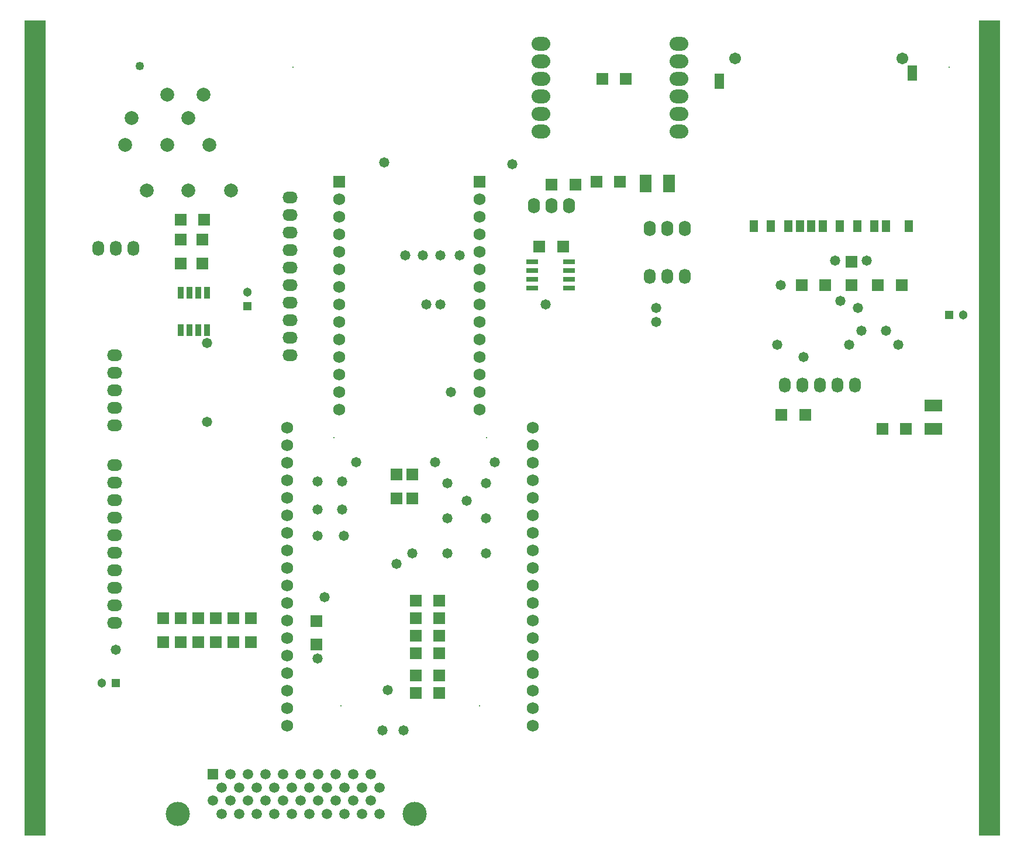
<source format=gts>
G04*
G04 #@! TF.GenerationSoftware,Altium Limited,Altium Designer,25.0.2 (28)*
G04*
G04 Layer_Color=8388736*
%FSLAX44Y44*%
%MOMM*%
G71*
G04*
G04 #@! TF.SameCoordinates,A7C3AEC9-9CA1-47B5-BDAE-58582B56A9DF*
G04*
G04*
G04 #@! TF.FilePolarity,Negative*
G04*
G01*
G75*
%ADD25R,1.7272X2.5032*%
%ADD26R,1.7272X1.7272*%
%ADD27R,2.5032X1.7272*%
%ADD28R,0.8532X1.7282*%
%ADD29R,1.7272X1.7272*%
%ADD30R,1.7532X0.8032*%
%ADD31R,1.2032X1.7032*%
%ADD32R,1.4032X2.2032*%
%ADD33C,0.2032*%
%ADD34C,1.7532*%
%ADD35R,1.3032X1.3032*%
%ADD36C,1.3032*%
%ADD37R,1.3032X1.3032*%
%ADD38O,1.7032X2.2032*%
%ADD39C,1.2532*%
%ADD40C,2.0032*%
%ADD41R,1.7532X1.7532*%
%ADD42O,2.2032X1.7032*%
%ADD43O,1.7272X2.2352*%
%ADD44O,2.7032X2.0032*%
%ADD45C,1.7032*%
%ADD46C,3.5032*%
%ADD47C,1.5032*%
%ADD48R,1.5032X1.5032*%
%ADD49C,1.4732*%
G36*
X261620Y256540D02*
X231140D01*
Y1437640D01*
X261620D01*
Y256540D01*
D02*
G37*
G36*
X1643380D02*
X1612900D01*
Y1437640D01*
X1643380D01*
Y256540D01*
D02*
G37*
D25*
X1130300Y1201420D02*
D03*
X1164300D02*
D03*
D26*
X1059180Y1203960D02*
D03*
X1093470D02*
D03*
X1473200Y845820D02*
D03*
X1507490D02*
D03*
X457200Y1149350D02*
D03*
X491490D02*
D03*
X1361440Y866140D02*
D03*
X1327150D02*
D03*
X1028700Y1200150D02*
D03*
X994410D02*
D03*
X1501140Y1054100D02*
D03*
X1466850D02*
D03*
X797560Y463550D02*
D03*
X831850D02*
D03*
X797560Y488950D02*
D03*
X831850D02*
D03*
Y520700D02*
D03*
X797560D02*
D03*
X831850Y596900D02*
D03*
X797560D02*
D03*
X831850Y571500D02*
D03*
X797560D02*
D03*
X831850Y546100D02*
D03*
X797560D02*
D03*
X1356360Y1054100D02*
D03*
X1390650D02*
D03*
X1010920Y1109980D02*
D03*
X976630D02*
D03*
X1102000Y1353000D02*
D03*
X1067710D02*
D03*
D27*
X1546860Y845820D02*
D03*
Y879820D02*
D03*
D28*
X457200Y988880D02*
D03*
X469900D02*
D03*
X482600D02*
D03*
X495300D02*
D03*
Y1043120D02*
D03*
X482600D02*
D03*
X469900D02*
D03*
X457200D02*
D03*
D29*
X488950Y1085850D02*
D03*
Y1120140D02*
D03*
X457200Y1085850D02*
D03*
Y1120140D02*
D03*
X654050Y533400D02*
D03*
Y567690D02*
D03*
X431800Y537210D02*
D03*
Y571500D02*
D03*
X508000D02*
D03*
Y537210D02*
D03*
X482600Y571500D02*
D03*
Y537210D02*
D03*
X558800Y571500D02*
D03*
Y537210D02*
D03*
X533400Y571500D02*
D03*
Y537210D02*
D03*
X457200D02*
D03*
Y571500D02*
D03*
X1428750Y1054100D02*
D03*
Y1088390D02*
D03*
X769620Y745490D02*
D03*
Y779780D02*
D03*
X792480Y745490D02*
D03*
Y779780D02*
D03*
D30*
X1020000Y1049950D02*
D03*
Y1062650D02*
D03*
Y1075350D02*
D03*
Y1088050D02*
D03*
X966000Y1049950D02*
D03*
Y1062650D02*
D03*
Y1075350D02*
D03*
Y1088050D02*
D03*
D31*
X1311999Y1139399D02*
D03*
X1337000D02*
D03*
X1370500D02*
D03*
X1387000D02*
D03*
X1411998D02*
D03*
X1437000D02*
D03*
X1461300D02*
D03*
X1478300D02*
D03*
X1287000D02*
D03*
X1354000D02*
D03*
X1511800D02*
D03*
D32*
X1517000Y1361500D02*
D03*
X1237000Y1349500D02*
D03*
D33*
X689340Y444990D02*
D03*
X890000D02*
D03*
X679180Y833610D02*
D03*
X900160D02*
D03*
X1570000Y1370000D02*
D03*
X620000D02*
D03*
D34*
X967470Y415780D02*
D03*
Y441180D02*
D03*
Y466580D02*
D03*
Y491980D02*
D03*
Y517380D02*
D03*
Y542780D02*
D03*
Y568180D02*
D03*
Y593580D02*
D03*
Y618980D02*
D03*
Y644380D02*
D03*
Y669780D02*
D03*
Y695180D02*
D03*
Y720580D02*
D03*
Y745980D02*
D03*
Y771380D02*
D03*
Y796780D02*
D03*
Y822180D02*
D03*
Y847580D02*
D03*
X611870Y669780D02*
D03*
Y644380D02*
D03*
Y618980D02*
D03*
Y593580D02*
D03*
Y568180D02*
D03*
Y542780D02*
D03*
Y517380D02*
D03*
Y491980D02*
D03*
Y466580D02*
D03*
Y441180D02*
D03*
Y415780D02*
D03*
Y847580D02*
D03*
Y822180D02*
D03*
Y796780D02*
D03*
Y771380D02*
D03*
Y745980D02*
D03*
Y720580D02*
D03*
Y695180D02*
D03*
X890000Y873800D02*
D03*
Y899200D02*
D03*
Y924600D02*
D03*
Y950000D02*
D03*
Y1102400D02*
D03*
Y1127800D02*
D03*
Y1153200D02*
D03*
Y1178600D02*
D03*
Y1077000D02*
D03*
Y975400D02*
D03*
Y1000800D02*
D03*
Y1026200D02*
D03*
Y1051600D02*
D03*
X686800Y873800D02*
D03*
Y899200D02*
D03*
Y924600D02*
D03*
Y950000D02*
D03*
Y1000800D02*
D03*
Y1026200D02*
D03*
Y1051600D02*
D03*
Y1077000D02*
D03*
Y1102400D02*
D03*
Y1127800D02*
D03*
Y1153200D02*
D03*
Y1178600D02*
D03*
Y975400D02*
D03*
D35*
X553720Y1023620D02*
D03*
D36*
Y1043620D02*
D03*
X343220Y477520D02*
D03*
X1590040Y1010920D02*
D03*
D37*
X363220Y477520D02*
D03*
X1570040Y1010920D02*
D03*
D38*
X337820Y1107440D02*
D03*
X388620D02*
D03*
X363220D02*
D03*
X1187450Y1066800D02*
D03*
X1136650D02*
D03*
X1162050D02*
D03*
X1408550Y909650D02*
D03*
X1433950D02*
D03*
X1357750D02*
D03*
X1332350D02*
D03*
X1383150D02*
D03*
D39*
X398150Y1371300D02*
D03*
D40*
X530150Y1191300D02*
D03*
X468150D02*
D03*
X408150D02*
D03*
X490150Y1330300D02*
D03*
X438150D02*
D03*
X468150Y1296300D02*
D03*
X386150D02*
D03*
X438150Y1257300D02*
D03*
X499150D02*
D03*
X377150D02*
D03*
D41*
X890000Y1204000D02*
D03*
X686800D02*
D03*
D42*
X615950Y1155700D02*
D03*
Y1181100D02*
D03*
Y1104900D02*
D03*
Y1079500D02*
D03*
Y1130300D02*
D03*
Y1028700D02*
D03*
Y1054100D02*
D03*
Y977900D02*
D03*
Y952500D02*
D03*
Y1003300D02*
D03*
X361950Y901700D02*
D03*
Y850900D02*
D03*
Y876300D02*
D03*
Y952500D02*
D03*
Y927100D02*
D03*
Y768350D02*
D03*
Y793750D02*
D03*
Y717550D02*
D03*
Y692150D02*
D03*
Y742950D02*
D03*
Y641350D02*
D03*
Y666750D02*
D03*
Y590550D02*
D03*
Y565150D02*
D03*
Y615950D02*
D03*
D43*
X1162050Y1136650D02*
D03*
X1136650D02*
D03*
X1187450D02*
D03*
X968600Y1169000D02*
D03*
X1019400D02*
D03*
X994000D02*
D03*
D44*
X979000Y1404000D02*
D03*
Y1378600D02*
D03*
Y1353200D02*
D03*
Y1327800D02*
D03*
Y1302400D02*
D03*
Y1277000D02*
D03*
X1179000Y1404000D02*
D03*
Y1378600D02*
D03*
Y1353200D02*
D03*
Y1327800D02*
D03*
Y1302400D02*
D03*
Y1277000D02*
D03*
D45*
X1502000Y1382500D02*
D03*
X1260000D02*
D03*
D46*
X796000Y288000D02*
D03*
X453100D02*
D03*
D47*
X745200D02*
D03*
X732500Y307050D02*
D03*
X719800Y288000D02*
D03*
X707100Y307050D02*
D03*
X694400Y288000D02*
D03*
X681700Y307050D02*
D03*
X669000Y288000D02*
D03*
X656300Y307050D02*
D03*
X643600Y288000D02*
D03*
X630900Y307050D02*
D03*
X618200Y288000D02*
D03*
X605500Y307050D02*
D03*
X592800Y288000D02*
D03*
X580100Y307050D02*
D03*
X567400Y288000D02*
D03*
X554700Y307050D02*
D03*
X542000Y288000D02*
D03*
X529300Y307050D02*
D03*
X516600Y288000D02*
D03*
X503900Y307050D02*
D03*
X745200Y326100D02*
D03*
X732500Y345150D02*
D03*
X719800Y326100D02*
D03*
X707100Y345150D02*
D03*
X694400Y326100D02*
D03*
X681700Y345150D02*
D03*
X669000Y326100D02*
D03*
X656300Y345150D02*
D03*
X643600Y326100D02*
D03*
X630900Y345150D02*
D03*
X618200Y326100D02*
D03*
X605500Y345150D02*
D03*
X592800Y326100D02*
D03*
X580100Y345150D02*
D03*
X567400Y326100D02*
D03*
X554700Y345150D02*
D03*
X542000Y326100D02*
D03*
X529300Y345150D02*
D03*
X516600Y326100D02*
D03*
D48*
X503900Y345150D02*
D03*
D49*
X655320Y513080D02*
D03*
X769620Y650240D02*
D03*
X792480Y665480D02*
D03*
X756920Y467360D02*
D03*
X871220Y741680D02*
D03*
X911860Y797560D02*
D03*
X825500D02*
D03*
X711200D02*
D03*
X779780Y408940D02*
D03*
X749300D02*
D03*
X899160Y665480D02*
D03*
X843280D02*
D03*
X899160Y716280D02*
D03*
X843280D02*
D03*
X899160Y767080D02*
D03*
X843280D02*
D03*
X693420Y690880D02*
D03*
X655320D02*
D03*
Y728980D02*
D03*
X690880D02*
D03*
Y769620D02*
D03*
X655320D02*
D03*
X937260Y1229360D02*
D03*
X751840Y1231900D02*
D03*
X848360Y899160D02*
D03*
X812800Y1026160D02*
D03*
X833120Y1097280D02*
D03*
X807720D02*
D03*
X782320D02*
D03*
X861060D02*
D03*
X665480Y601980D02*
D03*
X363220Y525780D02*
D03*
X833120Y1026160D02*
D03*
X1358900Y949960D02*
D03*
X1145540Y1021080D02*
D03*
Y1000760D02*
D03*
X1496060Y967740D02*
D03*
X1424940D02*
D03*
X1325880Y1054100D02*
D03*
X1320800Y967740D02*
D03*
X1478280Y988060D02*
D03*
X1442720D02*
D03*
X1450340Y1089660D02*
D03*
X1437640Y1021080D02*
D03*
X1404620Y1089660D02*
D03*
X1412240Y1031240D02*
D03*
X985560Y1026200D02*
D03*
X495300Y970280D02*
D03*
Y855980D02*
D03*
M02*

</source>
